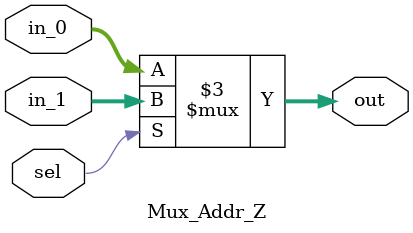
<source format=v>
module Mux_Addr_Z (in_0, in_1, sel, out);

parameter bit_isi = 8;

input wire [bit_isi-1:0] in_0, in_1;
input wire sel;
output reg [bit_isi-1:0] out; 

always @(*) begin
	if (sel) begin
		out <= in_1;
	end
	else begin
		out <= in_0;
	end
end
endmodule

</source>
